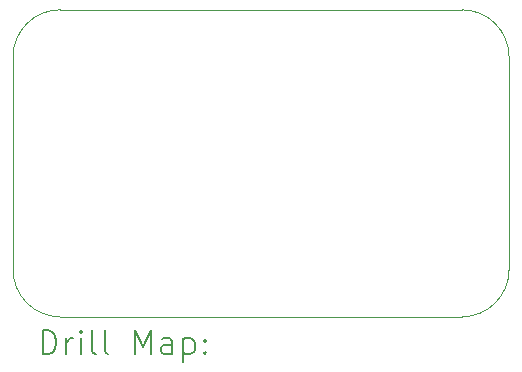
<source format=gbr>
%TF.GenerationSoftware,KiCad,Pcbnew,(6.0.10)*%
%TF.CreationDate,2023-05-08T16:14:59+03:00*%
%TF.ProjectId,trinteract,7472696e-7465-4726-9163-742e6b696361,rev?*%
%TF.SameCoordinates,Original*%
%TF.FileFunction,Drillmap*%
%TF.FilePolarity,Positive*%
%FSLAX45Y45*%
G04 Gerber Fmt 4.5, Leading zero omitted, Abs format (unit mm)*
G04 Created by KiCad (PCBNEW (6.0.10)) date 2023-05-08 16:14:59*
%MOMM*%
%LPD*%
G01*
G04 APERTURE LIST*
%ADD10C,0.100000*%
%ADD11C,0.200000*%
G04 APERTURE END LIST*
D10*
X12500000Y-8800000D02*
X15900000Y-8800000D01*
X16300000Y-9200000D02*
X16300000Y-11000000D01*
X15900000Y-11400000D02*
G75*
G03*
X16300000Y-11000000I0J400000D01*
G01*
X12100000Y-9200000D02*
X12100000Y-11000000D01*
X16300000Y-9200000D02*
G75*
G03*
X15900000Y-8800000I-400000J0D01*
G01*
X12100000Y-11000000D02*
G75*
G03*
X12500000Y-11400000I400000J0D01*
G01*
X12500000Y-8800000D02*
G75*
G03*
X12100000Y-9200000I0J-400000D01*
G01*
X12500000Y-11400000D02*
X15900000Y-11400000D01*
D11*
X12352619Y-11715476D02*
X12352619Y-11515476D01*
X12400238Y-11515476D01*
X12428809Y-11525000D01*
X12447857Y-11544048D01*
X12457381Y-11563095D01*
X12466905Y-11601190D01*
X12466905Y-11629762D01*
X12457381Y-11667857D01*
X12447857Y-11686905D01*
X12428809Y-11705952D01*
X12400238Y-11715476D01*
X12352619Y-11715476D01*
X12552619Y-11715476D02*
X12552619Y-11582143D01*
X12552619Y-11620238D02*
X12562143Y-11601190D01*
X12571667Y-11591667D01*
X12590714Y-11582143D01*
X12609762Y-11582143D01*
X12676428Y-11715476D02*
X12676428Y-11582143D01*
X12676428Y-11515476D02*
X12666905Y-11525000D01*
X12676428Y-11534524D01*
X12685952Y-11525000D01*
X12676428Y-11515476D01*
X12676428Y-11534524D01*
X12800238Y-11715476D02*
X12781190Y-11705952D01*
X12771667Y-11686905D01*
X12771667Y-11515476D01*
X12905000Y-11715476D02*
X12885952Y-11705952D01*
X12876428Y-11686905D01*
X12876428Y-11515476D01*
X13133571Y-11715476D02*
X13133571Y-11515476D01*
X13200238Y-11658333D01*
X13266905Y-11515476D01*
X13266905Y-11715476D01*
X13447857Y-11715476D02*
X13447857Y-11610714D01*
X13438333Y-11591667D01*
X13419286Y-11582143D01*
X13381190Y-11582143D01*
X13362143Y-11591667D01*
X13447857Y-11705952D02*
X13428809Y-11715476D01*
X13381190Y-11715476D01*
X13362143Y-11705952D01*
X13352619Y-11686905D01*
X13352619Y-11667857D01*
X13362143Y-11648809D01*
X13381190Y-11639286D01*
X13428809Y-11639286D01*
X13447857Y-11629762D01*
X13543095Y-11582143D02*
X13543095Y-11782143D01*
X13543095Y-11591667D02*
X13562143Y-11582143D01*
X13600238Y-11582143D01*
X13619286Y-11591667D01*
X13628809Y-11601190D01*
X13638333Y-11620238D01*
X13638333Y-11677381D01*
X13628809Y-11696428D01*
X13619286Y-11705952D01*
X13600238Y-11715476D01*
X13562143Y-11715476D01*
X13543095Y-11705952D01*
X13724048Y-11696428D02*
X13733571Y-11705952D01*
X13724048Y-11715476D01*
X13714524Y-11705952D01*
X13724048Y-11696428D01*
X13724048Y-11715476D01*
X13724048Y-11591667D02*
X13733571Y-11601190D01*
X13724048Y-11610714D01*
X13714524Y-11601190D01*
X13724048Y-11591667D01*
X13724048Y-11610714D01*
M02*

</source>
